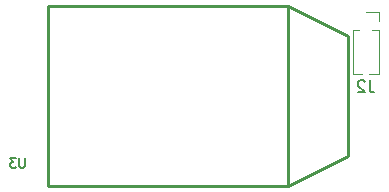
<source format=gbr>
%TF.GenerationSoftware,KiCad,Pcbnew,(6.0.0)*%
%TF.CreationDate,2021-12-30T22:07:07+00:00*%
%TF.ProjectId,DHT22,44485432-322e-46b6-9963-61645f706362,rev?*%
%TF.SameCoordinates,Original*%
%TF.FileFunction,Legend,Bot*%
%TF.FilePolarity,Positive*%
%FSLAX46Y46*%
G04 Gerber Fmt 4.6, Leading zero omitted, Abs format (unit mm)*
G04 Created by KiCad (PCBNEW (6.0.0)) date 2021-12-30 22:07:07*
%MOMM*%
%LPD*%
G01*
G04 APERTURE LIST*
%ADD10C,0.150000*%
%ADD11C,0.254000*%
%ADD12C,0.120000*%
G04 APERTURE END LIST*
D10*
%TO.C,U3*%
X103215925Y-97993803D02*
X103215925Y-98631224D01*
X103178430Y-98706215D01*
X103140934Y-98743710D01*
X103065944Y-98781205D01*
X102915962Y-98781205D01*
X102840972Y-98743710D01*
X102803476Y-98706215D01*
X102765981Y-98631224D01*
X102765981Y-97993803D01*
X102466018Y-97993803D02*
X101978579Y-97993803D01*
X102241046Y-98293766D01*
X102128560Y-98293766D01*
X102053570Y-98331261D01*
X102016074Y-98368757D01*
X101978579Y-98443747D01*
X101978579Y-98631224D01*
X102016074Y-98706215D01*
X102053570Y-98743710D01*
X102128560Y-98781205D01*
X102353532Y-98781205D01*
X102428523Y-98743710D01*
X102466018Y-98706215D01*
%TO.C,J2*%
X132413333Y-91400380D02*
X132413333Y-92114666D01*
X132460952Y-92257523D01*
X132556190Y-92352761D01*
X132699047Y-92400380D01*
X132794285Y-92400380D01*
X131984761Y-91495619D02*
X131937142Y-91448000D01*
X131841904Y-91400380D01*
X131603809Y-91400380D01*
X131508571Y-91448000D01*
X131460952Y-91495619D01*
X131413333Y-91590857D01*
X131413333Y-91686095D01*
X131460952Y-91828952D01*
X132032380Y-92400380D01*
X131413333Y-92400380D01*
D11*
%TO.C,U3*%
X105156000Y-85090000D02*
X105156000Y-92710000D01*
X105156000Y-92710000D02*
X105156000Y-100330000D01*
X105156000Y-100330000D02*
X125476000Y-100330000D01*
X105156000Y-85090000D02*
X125476000Y-85090000D01*
X125476000Y-100330000D02*
X125476000Y-85090000D01*
X125476000Y-100330000D02*
X130556000Y-97790000D01*
X130556000Y-97790000D02*
X130556000Y-87630000D01*
X130556000Y-87630000D02*
X125476000Y-85090000D01*
D12*
%TO.C,J2*%
X131772470Y-90865000D02*
X130970000Y-90865000D01*
X133190000Y-87120000D02*
X132643471Y-87120000D01*
X133190000Y-87120000D02*
X133190000Y-90865000D01*
X133190000Y-90865000D02*
X132387530Y-90865000D01*
X133190000Y-85600000D02*
X132080000Y-85600000D01*
X130970000Y-87120000D02*
X130970000Y-90865000D01*
X131516529Y-87120000D02*
X130970000Y-87120000D01*
X133190000Y-86360000D02*
X133190000Y-85600000D01*
%TD*%
M02*

</source>
